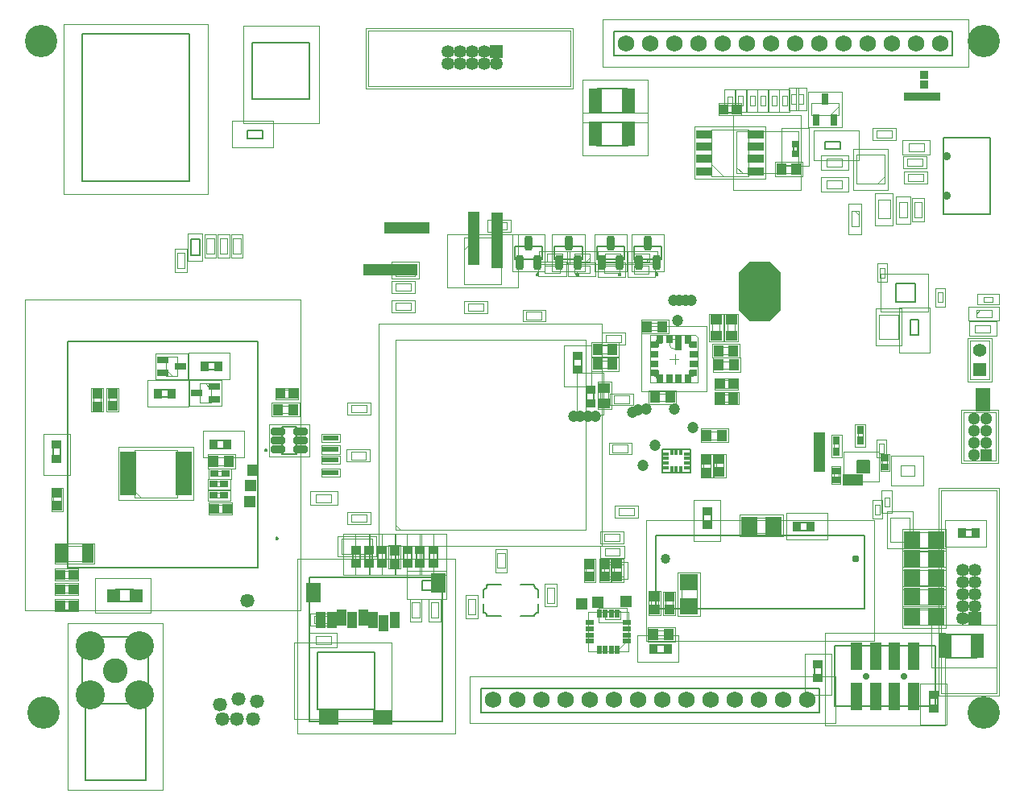
<source format=gbs>
%FSTAX23Y23*%
%MOIN*%
%SFA1B1*%

%IPPOS*%
%AMD100*
4,1,8,-0.087400,0.078300,-0.087400,-0.078300,-0.043700,-0.122000,0.043700,-0.122000,0.087400,-0.078300,0.087400,0.078300,0.043700,0.122000,-0.043700,0.122000,-0.087400,0.078300,0.0*
%
%AMD183*
4,1,8,0.023800,0.015400,-0.023800,0.015400,-0.030500,0.008700,-0.030500,-0.008700,-0.023800,-0.015400,0.023800,-0.015400,0.030500,-0.008700,0.030500,0.008700,0.023800,0.015400,0.0*
1,1,0.013386,0.023800,0.008700*
1,1,0.013386,-0.023800,0.008700*
1,1,0.013386,-0.023800,-0.008700*
1,1,0.013386,0.023800,-0.008700*
%
%AMD185*
4,1,8,-0.015600,0.022800,-0.015600,-0.022800,-0.008500,-0.029900,0.008500,-0.029900,0.015600,-0.022800,0.015600,0.022800,0.008500,0.029900,-0.008500,0.029900,-0.015600,0.022800,0.0*
1,1,0.014173,-0.008500,0.022800*
1,1,0.014173,-0.008500,-0.022800*
1,1,0.014173,0.008500,-0.022800*
1,1,0.014173,0.008500,0.022800*
%
%ADD10C,0.007874*%
%ADD14C,0.003937*%
%ADD15C,0.005118*%
%ADD16C,0.007874*%
%ADD18C,0.000000*%
%ADD19C,0.001969*%
%ADD59R,0.039370X0.045275*%
%ADD60R,0.068110X0.033465*%
%ADD66R,0.047244X0.047244*%
%ADD70C,0.047244*%
%ADD74R,0.043307X0.033465*%
%ADD75R,0.031496X0.037401*%
%ADD77R,0.039370X0.044882*%
%ADD81R,0.045275X0.039370*%
%ADD84R,0.044882X0.039370*%
%ADD90R,0.033465X0.043307*%
%ADD91R,0.044882X0.039764*%
%ADD98R,0.037401X0.031496*%
G04~CAMADD=100~4~0.0~0.0~2440.9~1748.0~0.0~437.0~0~0.0~0.0~0.0~0.0~0~0.0~0.0~0.0~0.0~0~0.0~0.0~0.0~90.0~1748.0~2440.0*
%ADD100D100*%
%ADD101C,0.068898*%
%ADD102C,0.030709*%
%ADD103C,0.040551*%
%ADD104R,0.035433X0.035433*%
%ADD105C,0.120078*%
%ADD106C,0.102362*%
%ADD107R,0.053150X0.053150*%
%ADD108C,0.053150*%
%ADD109C,0.028740*%
%ADD110C,0.035433*%
%ADD111C,0.133858*%
%ADD112R,0.053150X0.053150*%
%ADD113R,0.055118X0.055118*%
%ADD114C,0.055118*%
%ADD115C,0.051181*%
%ADD116R,0.051181X0.051181*%
%ADD173R,0.070866X0.076771*%
%ADD174R,0.057087X0.098425*%
%ADD175R,0.076771X0.070866*%
%ADD176R,0.035433X0.027559*%
%ADD177R,0.027559X0.035433*%
%ADD178R,0.023622X0.027559*%
%ADD179R,0.027559X0.023622*%
%ADD180R,0.029527X0.035433*%
%ADD181R,0.029527X0.062992*%
%ADD182R,0.047244X0.116142*%
G04~CAMADD=183~8~0.0~0.0~610.2~307.1~66.9~0.0~15~0.0~0.0~0.0~0.0~0~0.0~0.0~0.0~0.0~0~0.0~0.0~0.0~0.0~610.2~307.1*
%ADD183D183*%
%ADD184R,0.027559X0.026772*%
G04~CAMADD=185~8~0.0~0.0~598.4~311.0~70.9~0.0~15~0.0~0.0~0.0~0.0~0~0.0~0.0~0.0~0.0~0~0.0~0.0~0.0~90.0~312.0~599.0*
%ADD185D185*%
%ADD186R,0.031496X0.049212*%
%ADD187R,0.066142X0.025591*%
%ADD188R,0.039370X0.066929*%
%ADD189R,0.062992X0.082677*%
%ADD190R,0.078740X0.062992*%
%ADD191R,0.035827X0.020079*%
%ADD192R,0.020079X0.035827*%
%ADD193R,0.026772X0.017716*%
%ADD194R,0.017716X0.026772*%
%ADD195R,0.028740X0.018898*%
%ADD196R,0.032283X0.031496*%
%ADD197R,0.032677X0.023622*%
%ADD198R,0.047244X0.029527*%
%ADD199R,0.050000X0.079527*%
%ADD200R,0.042126X0.048031*%
%ADD201R,0.048031X0.042126*%
%ADD202C,0.057874*%
%LNshm_pcb-1*%
%LPD*%
G36*
X02627Y01488D02*
X02627D01*
X02628Y01487*
X02629*
Y01487*
X02629*
X02629Y01487*
X0263Y01486*
Y01486*
X0263Y01485*
Y01485*
X02631Y01484*
Y01484*
Y01471*
Y01471*
X0263Y0147*
X02631*
X02644*
X02645*
X02645*
X02646Y0147*
X02646*
X02647Y01469*
X02647Y01469*
X02648Y01468*
Y01468*
X02648Y01468*
Y01467*
X02648Y01466*
Y01466*
Y01454*
Y01453*
X02648Y01453*
Y01453*
X02648Y01452*
Y01451*
X02647Y01451*
X02647Y01451*
X02646*
X02646Y0145*
X02645*
X02645Y0145*
X02644*
X02625*
X02624*
X02624Y0145*
X02623*
X02622Y01451*
X02622*
X02622Y01451*
X02621Y01451*
Y01452*
X02621Y01453*
Y01453*
X0262Y01453*
Y01454*
Y0146*
Y0146*
X0262*
X0262*
X02619*
X02615*
X02614*
X02614*
X02613Y01461*
X02612*
X02612Y01461*
X02612Y01461*
X02611Y01462*
Y01462*
X02611Y01462*
Y01463*
X02611Y01464*
Y01464*
Y01484*
Y01484*
X02611Y01485*
Y01485*
X02611Y01486*
Y01486*
X02612Y01487*
X02612Y01487*
X02612Y01487*
X02613*
X02614Y01488*
X02614*
X02615*
X02626*
X02627*
G37*
G36*
X02773D02*
X02773D01*
X02774Y01487*
X02774*
X02775Y01487*
X02775Y01487*
X02775Y01486*
Y01486*
X02776Y01485*
Y01485*
X02776Y01484*
Y01484*
Y01464*
Y01464*
X02776Y01463*
Y01462*
X02775Y01462*
Y01462*
X02775Y01461*
X02775Y01461*
X02774Y01461*
X02774*
X02773Y0146*
X02773*
X02772*
X02766*
X02766*
X02766Y01459*
Y01459*
Y01454*
Y01454*
X02766Y01453*
Y01453*
X02766Y01452*
Y01452*
X02765Y01451*
X02765Y01451*
X02764Y01451*
X02764*
X02763Y0145*
X02763*
X02762*
X02743*
X02742*
X02742*
X02741Y01451*
X0274*
X0274Y01451*
X0274Y01451*
X02739Y01452*
Y01452*
X02739Y01453*
Y01453*
X02738Y01454*
Y01454*
Y01466*
Y01466*
X02739Y01467*
Y01468*
X02739Y01468*
Y01468*
X0274Y01469*
X0274Y01469*
X0274*
Y0147*
X02741*
X02742Y0147*
X02742*
X02743*
X02755*
X02756*
X02756*
Y01484*
Y01484*
X02757Y01485*
Y01485*
X02757Y01486*
Y01486*
X02757Y01487*
X02758Y01487*
X02758Y01487*
X02759*
X02759Y01488*
X0276*
X0276*
X02772*
X02773*
G37*
G36*
X02645Y01616D02*
X02645D01*
X02646Y01615*
X02646*
X02647Y01615*
X02647Y01614*
X02648Y01614*
Y01614*
X02648Y01613*
Y01613*
X02648Y01612*
Y01612*
Y016*
Y016*
X02648Y01599*
Y01598*
X02648Y01598*
Y01598*
X02647Y01597*
X02647Y01597*
X02646*
Y01596*
X02646*
X02645Y01596*
X02645*
X02644*
X02632*
X02631*
X02631*
Y01596*
Y01582*
Y01582*
X0263Y01581*
Y01581*
X0263Y0158*
Y0158*
X02629Y01579*
X02629Y01579*
X02629Y01579*
X02628*
X02627Y01578*
X02627*
X02626*
X02615*
X02614*
X02614*
X02613Y01579*
X02612*
X02612Y01579*
X02612Y01579*
X02611Y0158*
Y0158*
X02611Y01581*
Y01581*
X02611Y01582*
Y01582*
Y01602*
Y01602*
X02611Y01603*
Y01603*
X02611Y01604*
Y01604*
X02612Y01605*
X02612Y01605*
X02612Y01605*
X02613*
X02614Y01606*
X02614*
X02615*
X0262*
X02621*
X0262Y01607*
Y01607*
Y01612*
Y01612*
X02621Y01613*
Y01613*
X02621Y01614*
Y01614*
X02622Y01614*
X02622Y01615*
X02622Y01615*
X02623*
X02624Y01616*
X02624*
X02625*
X02644*
X02645*
G37*
G36*
X02763D02*
X02763D01*
X02764Y01615*
X02764*
X02765Y01615*
X02765Y01614*
X02766Y01614*
Y01614*
X02766Y01613*
Y01613*
X02766Y01612*
Y01612*
Y01606*
Y01606*
X02767*
X02767*
X02768*
X02772*
X02773*
X02773*
X02774Y01605*
X02774*
X02775Y01605*
X02775Y01605*
X02775Y01604*
Y01604*
X02776Y01603*
Y01603*
X02776Y01602*
Y01602*
Y01582*
Y01582*
X02776Y01581*
Y01581*
X02775Y0158*
Y0158*
X02775Y01579*
X02775Y01579*
X02774Y01579*
X02774*
X02773Y01578*
X02773*
X02772*
X0276*
X0276*
X02759*
X02759Y01579*
X02758*
Y01579*
X02758*
X02757Y01579*
X02757Y0158*
Y0158*
X02757Y01581*
Y01581*
X02756Y01582*
Y01582*
Y01595*
Y01595*
X02757Y01596*
X02756*
X02743*
X02742*
X02742*
X02741Y01596*
X0274*
X0274Y01597*
X0274Y01597*
X02739Y01598*
Y01598*
X02739Y01598*
Y01599*
X02738Y016*
Y016*
Y01612*
Y01612*
X02739Y01613*
Y01613*
X02739Y01614*
Y01614*
X0274Y01614*
X0274Y01615*
X0274Y01615*
X02741*
X02742Y01616*
X02742*
X02743*
X02762*
X02763*
G37*
G54D10*
X01055Y0079D02*
D01*
X01055Y0079*
X01055Y00791*
X01055Y00791*
X01054Y00791*
X01054Y00791*
X01054Y00792*
X01054Y00792*
X01054Y00792*
X01054Y00792*
X01054Y00793*
X01054Y00793*
X01053Y00793*
X01053Y00793*
X01053Y00793*
X01053Y00793*
X01052Y00794*
X01052Y00794*
X01052Y00794*
X01052Y00794*
X01051Y00794*
X01051Y00794*
X01051Y00794*
X01051*
X0105Y00794*
X0105Y00794*
X0105Y00794*
X01049Y00794*
X01049Y00794*
X01049Y00794*
X01049Y00793*
X01048Y00793*
X01048Y00793*
X01048Y00793*
X01048Y00793*
X01048Y00793*
X01047Y00792*
X01047Y00792*
X01047Y00792*
X01047Y00792*
X01047Y00791*
X01047Y00791*
X01047Y00791*
X01047Y00791*
X01047Y0079*
X01047Y0079*
X01047Y0079*
X01047Y0079*
X01047Y00789*
X01047Y00789*
X01047Y00789*
X01047Y00788*
X01047Y00788*
X01047Y00788*
X01047Y00788*
X01048Y00788*
X01048Y00787*
X01048Y00787*
X01048Y00787*
X01048Y00787*
X01049Y00787*
X01049Y00787*
X01049Y00786*
X01049Y00786*
X0105Y00786*
X0105Y00786*
X0105Y00786*
X01051Y00786*
X01051*
X01051Y00786*
X01051Y00786*
X01052Y00786*
X01052Y00786*
X01052Y00786*
X01052Y00787*
X01053Y00787*
X01053Y00787*
X01053Y00787*
X01053Y00787*
X01054Y00787*
X01054Y00788*
X01054Y00788*
X01054Y00788*
X01054Y00788*
X01054Y00788*
X01054Y00789*
X01054Y00789*
X01055Y00789*
X01055Y0079*
X01055Y0079*
X01055Y0079*
X01009Y01156D02*
D01*
X01009Y01156*
X01009Y01157*
X01009Y01157*
X01009Y01157*
X01009Y01158*
X01009Y01158*
X01009Y01158*
X01009Y01158*
X01009Y01159*
X01008Y01159*
X01008Y01159*
X01008Y01159*
X01008Y01159*
X01008Y01159*
X01007Y0116*
X01007Y0116*
X01007Y0116*
X01007Y0116*
X01006Y0116*
X01006Y0116*
X01006Y0116*
X01006Y0116*
X01005*
X01005Y0116*
X01005Y0116*
X01004Y0116*
X01004Y0116*
X01004Y0116*
X01004Y0116*
X01003Y0116*
X01003Y01159*
X01003Y01159*
X01003Y01159*
X01003Y01159*
X01002Y01159*
X01002Y01159*
X01002Y01158*
X01002Y01158*
X01002Y01158*
X01002Y01158*
X01002Y01157*
X01002Y01157*
X01002Y01157*
X01001Y01156*
X01001Y01156*
X01001Y01156*
X01002Y01156*
X01002Y01155*
X01002Y01155*
X01002Y01155*
X01002Y01155*
X01002Y01154*
X01002Y01154*
X01002Y01154*
X01002Y01154*
X01003Y01153*
X01003Y01153*
X01003Y01153*
X01003Y01153*
X01003Y01153*
X01004Y01153*
X01004Y01153*
X01004Y01152*
X01004Y01152*
X01005Y01152*
X01005Y01152*
X01005Y01152*
X01006*
X01006Y01152*
X01006Y01152*
X01006Y01152*
X01007Y01152*
X01007Y01153*
X01007Y01153*
X01007Y01153*
X01008Y01153*
X01008Y01153*
X01008Y01153*
X01008Y01153*
X01008Y01154*
X01009Y01154*
X01009Y01154*
X01009Y01154*
X01009Y01155*
X01009Y01155*
X01009Y01155*
X01009Y01155*
X01009Y01156*
X01009Y01156*
X01009Y01156*
X02133Y01883D02*
D01*
X02133Y01883*
X02133Y01884*
X02132Y01884*
X02132Y01884*
X02132Y01884*
X02132Y01885*
X02132Y01885*
X02132Y01885*
X02132Y01885*
X02132Y01885*
X02131Y01886*
X02131Y01886*
X02131Y01886*
X02131Y01886*
X02131Y01886*
X0213Y01887*
X0213Y01887*
X0213Y01887*
X0213Y01887*
X02129Y01887*
X02129Y01887*
X02129Y01887*
X02128*
X02128Y01887*
X02128Y01887*
X02128Y01887*
X02127Y01887*
X02127Y01887*
X02127Y01887*
X02127Y01886*
X02126Y01886*
X02126Y01886*
X02126Y01886*
X02126Y01886*
X02126Y01885*
X02125Y01885*
X02125Y01885*
X02125Y01885*
X02125Y01885*
X02125Y01884*
X02125Y01884*
X02125Y01884*
X02125Y01884*
X02125Y01883*
X02125Y01883*
X02125Y01883*
X02125Y01882*
X02125Y01882*
X02125Y01882*
X02125Y01882*
X02125Y01881*
X02125Y01881*
X02125Y01881*
X02125Y01881*
X02126Y0188*
X02126Y0188*
X02126Y0188*
X02126Y0188*
X02126Y0188*
X02127Y0188*
X02127Y01879*
X02127Y01879*
X02127Y01879*
X02128Y01879*
X02128Y01879*
X02128Y01879*
X02128Y01879*
X02129*
X02129Y01879*
X02129Y01879*
X0213Y01879*
X0213Y01879*
X0213Y01879*
X0213Y01879*
X02131Y0188*
X02131Y0188*
X02131Y0188*
X02131Y0188*
X02131Y0188*
X02132Y0188*
X02132Y01881*
X02132Y01881*
X02132Y01881*
X02132Y01881*
X02132Y01882*
X02132Y01882*
X02132Y01882*
X02133Y01882*
X02133Y01883*
X02133Y01883*
X02298D02*
D01*
X02298Y01883*
X02298Y01884*
X02298Y01884*
X02298Y01884*
X02298Y01884*
X02298Y01885*
X02297Y01885*
X02297Y01885*
X02297Y01885*
X02297Y01885*
X02297Y01886*
X02297Y01886*
X02296Y01886*
X02296Y01886*
X02296Y01886*
X02296Y01887*
X02295Y01887*
X02295Y01887*
X02295Y01887*
X02295Y01887*
X02294Y01887*
X02294Y01887*
X02294*
X02294Y01887*
X02293Y01887*
X02293Y01887*
X02293Y01887*
X02293Y01887*
X02292Y01887*
X02292Y01886*
X02292Y01886*
X02292Y01886*
X02291Y01886*
X02291Y01886*
X02291Y01885*
X02291Y01885*
X02291Y01885*
X02291Y01885*
X0229Y01885*
X0229Y01884*
X0229Y01884*
X0229Y01884*
X0229Y01884*
X0229Y01883*
X0229Y01883*
X0229Y01883*
X0229Y01882*
X0229Y01882*
X0229Y01882*
X0229Y01882*
X0229Y01881*
X02291Y01881*
X02291Y01881*
X02291Y01881*
X02291Y0188*
X02291Y0188*
X02291Y0188*
X02292Y0188*
X02292Y0188*
X02292Y0188*
X02292Y01879*
X02293Y01879*
X02293Y01879*
X02293Y01879*
X02293Y01879*
X02294Y01879*
X02294Y01879*
X02294*
X02294Y01879*
X02295Y01879*
X02295Y01879*
X02295Y01879*
X02295Y01879*
X02296Y01879*
X02296Y0188*
X02296Y0188*
X02296Y0188*
X02297Y0188*
X02297Y0188*
X02297Y0188*
X02297Y01881*
X02297Y01881*
X02297Y01881*
X02298Y01881*
X02298Y01882*
X02298Y01882*
X02298Y01882*
X02298Y01882*
X02298Y01883*
X02298Y01883*
X02473D02*
D01*
X02473Y01883*
X02473Y01884*
X02473Y01884*
X02473Y01884*
X02473Y01884*
X02473Y01885*
X02473Y01885*
X02473Y01885*
X02472Y01885*
X02472Y01885*
X02472Y01886*
X02472Y01886*
X02472Y01886*
X02471Y01886*
X02471Y01886*
X02471Y01887*
X02471Y01887*
X0247Y01887*
X0247Y01887*
X0247Y01887*
X0247Y01887*
X02469Y01887*
X02469*
X02469Y01887*
X02469Y01887*
X02468Y01887*
X02468Y01887*
X02468Y01887*
X02467Y01887*
X02467Y01886*
X02467Y01886*
X02467Y01886*
X02467Y01886*
X02466Y01886*
X02466Y01885*
X02466Y01885*
X02466Y01885*
X02466Y01885*
X02466Y01885*
X02465Y01884*
X02465Y01884*
X02465Y01884*
X02465Y01884*
X02465Y01883*
X02465Y01883*
X02465Y01883*
X02465Y01882*
X02465Y01882*
X02465Y01882*
X02465Y01882*
X02466Y01881*
X02466Y01881*
X02466Y01881*
X02466Y01881*
X02466Y0188*
X02466Y0188*
X02467Y0188*
X02467Y0188*
X02467Y0188*
X02467Y0188*
X02467Y01879*
X02468Y01879*
X02468Y01879*
X02468Y01879*
X02469Y01879*
X02469Y01879*
X02469Y01879*
X02469*
X0247Y01879*
X0247Y01879*
X0247Y01879*
X0247Y01879*
X02471Y01879*
X02471Y01879*
X02471Y0188*
X02471Y0188*
X02472Y0188*
X02472Y0188*
X02472Y0188*
X02472Y0188*
X02472Y01881*
X02473Y01881*
X02473Y01881*
X02473Y01881*
X02473Y01882*
X02473Y01882*
X02473Y01882*
X02473Y01882*
X02473Y01883*
X02473Y01883*
X02626D02*
D01*
X02626Y01883*
X02626Y01884*
X02626Y01884*
X02626Y01884*
X02626Y01884*
X02626Y01885*
X02625Y01885*
X02625Y01885*
X02625Y01885*
X02625Y01885*
X02625Y01886*
X02625Y01886*
X02624Y01886*
X02624Y01886*
X02624Y01886*
X02624Y01887*
X02623Y01887*
X02623Y01887*
X02623Y01887*
X02623Y01887*
X02622Y01887*
X02622Y01887*
X02622*
X02622Y01887*
X02621Y01887*
X02621Y01887*
X02621Y01887*
X0262Y01887*
X0262Y01887*
X0262Y01886*
X0262Y01886*
X0262Y01886*
X02619Y01886*
X02619Y01886*
X02619Y01885*
X02619Y01885*
X02619Y01885*
X02618Y01885*
X02618Y01885*
X02618Y01884*
X02618Y01884*
X02618Y01884*
X02618Y01884*
X02618Y01883*
X02618Y01883*
X02618Y01883*
X02618Y01882*
X02618Y01882*
X02618Y01882*
X02618Y01882*
X02618Y01881*
X02618Y01881*
X02619Y01881*
X02619Y01881*
X02619Y0188*
X02619Y0188*
X02619Y0188*
X0262Y0188*
X0262Y0188*
X0262Y0188*
X0262Y01879*
X0262Y01879*
X02621Y01879*
X02621Y01879*
X02621Y01879*
X02622Y01879*
X02622Y01879*
X02622*
X02622Y01879*
X02623Y01879*
X02623Y01879*
X02623Y01879*
X02623Y01879*
X02624Y01879*
X02624Y0188*
X02624Y0188*
X02624Y0188*
X02625Y0188*
X02625Y0188*
X02625Y0188*
X02625Y01881*
X02625Y01881*
X02625Y01881*
X02626Y01881*
X02626Y01882*
X02626Y01882*
X02626Y01882*
X02626Y01882*
X02626Y01883*
X02626Y01883*
X00381Y00529D02*
Y00578D01*
X0046*
Y00529D02*
Y00578D01*
X00381Y00529D02*
X0046D01*
X03752Y00083D02*
X03784D01*
X03752D02*
Y00146D01*
X03784*
Y00083D02*
Y00146D01*
X03274Y00208D02*
X03305D01*
X03274D02*
Y00271D01*
X03305*
Y00208D02*
Y00271D01*
X03261Y00823D02*
Y00855D01*
X03198Y00823D02*
X03261D01*
X03198D02*
Y00855D01*
X03261*
X02816Y00843D02*
X02847D01*
X02816D02*
Y00906D01*
X02847*
Y00843D02*
Y00906D01*
X0382Y00393D02*
X03945D01*
X0382Y00295D02*
Y00393D01*
Y00295D02*
X03945D01*
Y00393*
X02375Y02651D02*
X02501D01*
X02375Y02553D02*
Y02651D01*
Y02553D02*
X02501D01*
Y02651*
X02375Y02513D02*
X02501D01*
X02375Y02415D02*
Y02513D01*
Y02415D02*
X02501D01*
Y02513*
X01895Y0007D02*
X03295D01*
X01895D02*
Y0017D01*
X03295*
Y0007D02*
Y0017D01*
X02446Y02789D02*
X03846D01*
X02446D02*
Y02889D01*
X03846*
Y02789D02*
Y02889D01*
X0262Y00803D02*
X03482D01*
X0262Y00499D02*
Y00803D01*
Y00499D02*
X03482D01*
Y00803*
X02311Y01485D02*
Y01548D01*
X0228D02*
X02311D01*
X0228Y01485D02*
Y01548D01*
Y01485D02*
X02311D01*
X02331Y01345D02*
Y01408D01*
Y01345D02*
X02363D01*
Y01408*
X02331D02*
X02363D01*
X00257Y-00213D02*
Y00105D01*
Y-00213D02*
X00507D01*
Y00105*
X00244D02*
Y00381D01*
X00519*
Y00105D02*
Y00381D01*
X00244Y00105D02*
X00519D01*
X03776Y00096D02*
Y00344D01*
X03357Y00096D02*
X03776D01*
X03357D02*
Y00344D01*
X03776*
X03881Y00795D02*
X03944D01*
Y00826*
X03881D02*
X03944D01*
X03881Y00795D02*
Y00826D01*
X03613Y01846D02*
X03692D01*
X03613Y01767D02*
Y01846D01*
Y01767D02*
X03692D01*
Y01846*
X03673Y01633D02*
X03704D01*
Y01696*
X03673D02*
X03704D01*
X03673Y01633D02*
Y01696D01*
X0122Y00318D02*
X01456D01*
Y00082D02*
Y00318D01*
X0122Y00082D02*
X01456D01*
X0122D02*
Y00318D01*
X03807Y02133D02*
Y02448D01*
X04003*
Y02133D02*
Y02448D01*
X03807Y02133D02*
X04003D01*
X03187Y02421D02*
X03206D01*
Y02381D02*
Y02421D01*
X03187Y02381D02*
X03206D01*
X03187D02*
Y02421D01*
X00687Y0227D02*
Y02877D01*
X00246D02*
X00687D01*
X00246Y0227D02*
Y02877D01*
Y0227D02*
X00687D01*
X0095Y02607D02*
Y02843D01*
X01186*
Y02607D02*
Y02843D01*
X0095Y02607D02*
X01186D01*
X0093Y02478D02*
X00993D01*
Y02446D02*
Y02478D01*
X0093Y02446D02*
X00993D01*
X0093D02*
Y02478D01*
X03383Y02401D02*
Y02433D01*
X0332D02*
X03383D01*
X0332Y02401D02*
Y02433D01*
Y02401D02*
X03383D01*
X00849Y01163D02*
Y01195D01*
X00786Y01163D02*
X00849D01*
X00786D02*
Y01195D01*
X00849*
X01185Y0063D02*
X01736D01*
Y00031D02*
Y0063D01*
X01185Y00031D02*
X01736D01*
X01185D02*
Y0063D01*
X0075Y01487D02*
X00812D01*
Y01518*
X0075D02*
X00812D01*
X0075Y01487D02*
Y01518D01*
X00125Y01117D02*
X00156D01*
X00125D02*
Y0118D01*
X00156*
Y01117D02*
Y0118D01*
X00619Y01374D02*
Y01405D01*
X00555Y01374D02*
X00619D01*
X00555D02*
Y01405D01*
X00619*
X02607Y00316D02*
X0267D01*
Y00348*
X02607D02*
X0267D01*
X02607Y00316D02*
Y00348D01*
X01627Y00681D02*
Y00744D01*
Y00681D02*
X01659D01*
Y00744*
X01627D02*
X01659D01*
X01683D02*
X01714D01*
Y00681D02*
Y00744D01*
X01683Y00681D02*
X01714D01*
X01683D02*
Y00744D01*
X01364D02*
X01395D01*
Y00681D02*
Y00744D01*
X01364Y00681D02*
X01395D01*
X01364D02*
Y00744D01*
X01576D02*
X01608D01*
Y00681D02*
Y00744D01*
X01576Y00681D02*
X01608D01*
X01576D02*
Y00744D01*
X02644Y0116D02*
X02762D01*
X02644Y01062D02*
Y0116D01*
Y01062D02*
X02762D01*
Y0116*
X01651Y00616D02*
X01714D01*
Y00576D02*
Y00616D01*
X01651Y00576D02*
X01714D01*
X01651D02*
Y00616D01*
X03451Y01063D02*
X03502D01*
X03451D02*
Y01111D01*
X03502*
Y01063D02*
Y01111D01*
X0147Y00681D02*
Y00744D01*
Y00681D02*
X01501D01*
Y00744*
X0147D02*
X01501D01*
X01415Y00681D02*
Y00744D01*
Y00681D02*
X01446D01*
Y00744*
X01415D02*
X01446D01*
G54D14*
X02713Y01596D02*
D01*
X02713Y01597*
X02713Y01599*
X02713Y016*
X02713Y01601*
X02712Y01603*
X02712Y01604*
X02711Y01605*
X0271Y01606*
X0271Y01608*
X02709Y01609*
X02708Y0161*
X02707Y01611*
X02706Y01611*
X02705Y01612*
X02703Y01613*
X02702Y01614*
X02701Y01614*
X027Y01615*
X02698Y01615*
X02697Y01615*
X02696Y01616*
X02694Y01616*
X02693*
X02692Y01616*
X0269Y01615*
X02689Y01615*
X02688Y01615*
X02686Y01614*
X02685Y01614*
X02684Y01613*
X02683Y01612*
X02681Y01611*
X0268Y01611*
X02679Y0161*
X02679Y01609*
X02678Y01608*
X02677Y01606*
X02676Y01605*
X02676Y01604*
X02675Y01603*
X02675Y01601*
X02674Y016*
X02674Y01599*
X02674Y01597*
X02674Y01596*
X02674Y01595*
X02674Y01593*
X02674Y01592*
X02675Y01591*
X02675Y01589*
X02676Y01588*
X02676Y01587*
X02677Y01586*
X02678Y01584*
X02679Y01583*
X02679Y01582*
X0268Y01581*
X02681Y0158*
X02683Y0158*
X02684Y01579*
X02685Y01578*
X02686Y01578*
X02688Y01577*
X02689Y01577*
X0269Y01577*
X02692Y01576*
X02693Y01576*
X02694*
X02696Y01576*
X02697Y01577*
X02698Y01577*
X027Y01577*
X02701Y01578*
X02702Y01578*
X02703Y01579*
X02705Y0158*
X02706Y0158*
X02707Y01581*
X02708Y01582*
X02709Y01583*
X0271Y01584*
X0271Y01586*
X02711Y01587*
X02712Y01588*
X02712Y01589*
X02713Y01591*
X02713Y01592*
X02713Y01593*
X02713Y01595*
X02713Y01596*
X01213Y00972D02*
X01276D01*
Y0094D02*
Y00972D01*
X01213Y0094D02*
X01276D01*
X01213D02*
Y00972D01*
X02992Y00811D02*
Y00874D01*
X03118*
Y00811D02*
Y00874D01*
X02992Y00811D02*
X03118D01*
X01826Y02035D02*
X0198D01*
Y01842D02*
Y02035D01*
X01826Y01842D02*
X0198D01*
X01826D02*
Y02035D01*
Y01985D02*
X01876Y02035D01*
X02527Y01886D02*
Y01918D01*
Y01886D02*
X0259D01*
Y01918*
X02527D02*
X0259D01*
X02577Y01936D02*
X02592Y01951D01*
Y01936D02*
Y01967D01*
X02529D02*
X02592D01*
X02529Y01936D02*
Y01967D01*
Y01936D02*
X02592D01*
X02409D02*
X02472D01*
X02409D02*
Y01967D01*
X02472*
Y01936D02*
Y01967D01*
X02456Y01936D02*
X02472Y01951D01*
X01541Y00844D02*
X01561Y00824D01*
X01541D02*
X02328D01*
Y01612*
X01541D02*
X02328D01*
X01541Y00824D02*
Y01612D01*
X02852Y01694D02*
X02883D01*
Y0163D02*
Y01694D01*
X02852Y0163D02*
X02883D01*
X02852D02*
Y01694D01*
X02915D02*
X02946D01*
Y0163D02*
Y01694D01*
X02915Y0163D02*
X02946D01*
X02915D02*
Y01694D01*
X0294Y01551D02*
Y01582D01*
X02877Y01551D02*
X0294D01*
X02877D02*
Y01582D01*
X0294*
X02942Y01492D02*
Y01523D01*
X02879Y01492D02*
X02942D01*
X02879D02*
Y01523D01*
X02942*
X02377Y01556D02*
Y01587D01*
X0244*
Y01556D02*
Y01587D01*
X02377Y01556D02*
X0244D01*
X02377Y01494D02*
Y01526D01*
X0244*
Y01494D02*
Y01526D01*
X02377Y01494D02*
X0244D01*
X0239Y01413D02*
X02422D01*
Y0135D02*
Y01413D01*
X0239Y0135D02*
X02422D01*
X0239D02*
Y01413D01*
X02677Y01358D02*
Y01389D01*
X02614Y01358D02*
X02677D01*
X02614D02*
Y01389D01*
X02677*
X02724Y00622D02*
X02787D01*
Y00496D02*
Y00622D01*
X02724Y00496D02*
X02787D01*
X02724D02*
Y00622D01*
X02792Y01435D02*
Y01623D01*
X02595Y01435D02*
X02792D01*
X02783Y01631D02*
X02792Y01623D01*
X02595Y01435D02*
Y01631D01*
X02783*
X03798Y00147D02*
X04027D01*
X03798D02*
Y00987D01*
X04027*
Y00147D02*
Y00987D01*
X03791Y00433D02*
Y00496D01*
X03665Y00433D02*
X03791D01*
X03665D02*
Y00496D01*
X03791*
Y00515D02*
Y00578D01*
X03665Y00515D02*
X03791D01*
X03665D02*
Y00578D01*
X03791*
Y00594D02*
Y00657D01*
X03665Y00594D02*
X03791D01*
X03665D02*
Y00657D01*
X03791*
Y00673D02*
Y00736D01*
X03665Y00673D02*
X03791D01*
X03665D02*
Y00736D01*
X03791*
Y00751D02*
Y00814D01*
X03665Y00751D02*
X03791D01*
X03665D02*
Y00814D01*
X03791*
X03664Y02393D02*
X03727D01*
X03664D02*
Y02424D01*
X03727*
Y02393D02*
Y02424D01*
X03669Y00775D02*
Y00874D01*
X0359Y00775D02*
X03669D01*
X0359D02*
Y00874D01*
X03669*
X03785Y01767D02*
Y01807D01*
X03805*
Y01767D02*
Y01807D01*
X03785Y01767D02*
X03805D01*
X03541Y01141D02*
Y01181D01*
X03561*
Y01141D02*
Y01181D01*
X03541Y01141D02*
X03561D01*
X0321Y02629D02*
X0323D01*
X0321Y0259D02*
Y02629D01*
Y0259D02*
X0323D01*
Y02629*
X03179D02*
X03198D01*
X03179Y0259D02*
Y02629D01*
Y0259D02*
X03198D01*
Y02629*
X01211Y00384D02*
X01274D01*
Y00353D02*
Y00384D01*
X01211Y00353D02*
X01274D01*
X01211D02*
Y00384D01*
X01206Y00468D02*
X01269D01*
Y00437D02*
Y00468D01*
X01206Y00437D02*
X01269D01*
X01206D02*
Y00468D01*
X03631Y01049D02*
Y01092D01*
X03687*
Y01049D02*
Y01092D01*
X03631Y01049D02*
X03687D01*
X03622Y01616D02*
Y01714D01*
X03543Y01616D02*
X03622D01*
X03543D02*
Y01714D01*
X03622*
X03545Y01909D02*
X03564D01*
X03545Y0187D02*
Y01909D01*
Y0187D02*
X03564D01*
Y01909*
Y0096D02*
X03584D01*
X03564Y00921D02*
Y0096D01*
Y00921D02*
X03584D01*
Y0096*
X03525Y00929D02*
X03545D01*
X03525Y00889D02*
Y00929D01*
Y00889D02*
X03545D01*
Y00929*
X03161Y02582D02*
Y02622D01*
X03141Y02582D02*
X03161D01*
X03141D02*
Y02622D01*
X03161*
X03531Y02448D02*
X03594D01*
X03531D02*
Y0248D01*
X03594*
Y02448D02*
Y0248D01*
X03538Y02114D02*
X03587D01*
Y02192*
X03538D02*
X03587D01*
X03538Y02114D02*
Y02192D01*
X03657Y02118D02*
Y02181D01*
X03625Y02118D02*
X03657D01*
X03625D02*
Y02181D01*
X03657*
X0087Y01968D02*
Y02031D01*
X00901*
Y01968D02*
Y02031D01*
X0087Y01968D02*
X00901D01*
X00814D02*
Y02031D01*
X00846*
Y01968D02*
Y02031D01*
X00814Y01968D02*
X00846D01*
X00791D02*
Y02031D01*
X00759Y01968D02*
X00791D01*
X00759D02*
Y02031D01*
X00791*
X00637Y01909D02*
X00669D01*
Y01972*
X00637D02*
X00669D01*
X00637Y01909D02*
Y01972D01*
X02848Y02339D02*
X02898Y02289D01*
X02848D02*
Y02482D01*
X03001*
Y02289D02*
Y02482D01*
X02848Y02289D02*
X03001D01*
X02893Y02551D02*
X02956D01*
Y02582*
X02893D02*
X02956D01*
X02893Y02551D02*
Y02582D01*
X02951Y02301D02*
Y02474D01*
X03207*
Y02301D02*
Y02474D01*
X02951Y02301D02*
X03207D01*
X02951Y02326D02*
X02977Y02301D01*
X0296Y02582D02*
X0298D01*
Y02622*
X0296D02*
X0298D01*
X0296Y02582D02*
Y02622D01*
X02915Y02581D02*
X02935D01*
Y0262*
X02915D02*
X02935D01*
X02915Y02581D02*
Y0262D01*
X03007Y02582D02*
X03027D01*
Y02622*
X03007D02*
X03027D01*
X03007Y02582D02*
Y02622D01*
X03052D02*
X03072D01*
X03052Y02582D02*
Y02622D01*
Y02582D02*
X03072D01*
Y02622*
X03097D02*
X03117D01*
X03097Y02582D02*
Y02622D01*
Y02582D02*
X03117D01*
Y02622*
X02409Y00456D02*
Y00488D01*
Y00456D02*
X02472D01*
Y00488*
X02409D02*
X02472D01*
X03326Y0224D02*
Y02271D01*
Y0224D02*
X03389D01*
Y02271*
X03326D02*
X03389D01*
X0372Y02118D02*
Y02181D01*
X03688Y02118D02*
X0372D01*
X03688D02*
Y02181D01*
X0372*
X03661Y02298D02*
X03724D01*
Y02267D02*
Y02298D01*
X03661Y02267D02*
X03724D01*
X03661D02*
Y02298D01*
X0366Y02362D02*
X03723D01*
Y02331D02*
Y02362D01*
X0366Y02331D02*
X03723D01*
X0366D02*
Y02362D01*
X03442Y02144D02*
X03458Y02128D01*
X03427Y02144D02*
X03458D01*
X03427Y02081D02*
Y02144D01*
Y02081D02*
X03458D01*
Y02144*
X03536Y02259D02*
X03565Y02288D01*
X03447Y02259D02*
X03565D01*
X03447D02*
Y02377D01*
X03565*
Y02259D02*
Y02377D01*
X02083Y01727D02*
X02146D01*
Y01696D02*
Y01727D01*
X02083Y01696D02*
X02146D01*
X02083D02*
Y01727D01*
X03338Y02541D02*
X03375Y02578D01*
X03261Y02541D02*
X03375D01*
X03261D02*
Y02592D01*
X03375*
Y02541D02*
Y02592D01*
X0079Y01092D02*
X00853D01*
Y01124*
X0079D02*
X00853D01*
X0079Y01092D02*
Y01124D01*
X00463Y00985D02*
X00489Y00959D01*
X00463D02*
Y01156D01*
X00637*
Y00959D02*
Y01156D01*
X00463Y00959D02*
X00637D01*
X00792Y00958D02*
Y00978D01*
X00831*
Y00958D02*
Y00978D01*
X00792Y00958D02*
X00831D01*
X01605Y01814D02*
Y01846D01*
X01542D02*
X01605D01*
X01542Y01814D02*
Y01846D01*
Y01814D02*
X01605D01*
X01622Y01874D02*
Y01924D01*
X01543D02*
X01622D01*
X01543Y01874D02*
Y01924D01*
Y01874D02*
X01622D01*
X01445Y00724D02*
Y00787D01*
X01319D02*
X01445D01*
X01319Y00724D02*
Y00787D01*
Y00724D02*
X01445D01*
X03326Y02362D02*
X03389D01*
Y0233D02*
Y02362D01*
X03326Y0233D02*
X03389D01*
X03326D02*
Y02362D01*
X00323Y01331D02*
Y01394D01*
X00291D02*
X00323D01*
X00291Y01331D02*
Y01394D01*
Y01331D02*
X00323D01*
X00355Y01396D02*
X00387D01*
Y01333D02*
Y01396D01*
X00355Y01333D02*
X00387D01*
X00355D02*
Y01396D01*
X00149Y00496D02*
Y00528D01*
X00212*
Y00496D02*
Y00528D01*
X00149Y00496D02*
X00212D01*
X00149Y00596D02*
X00212D01*
X00149Y00564D02*
Y00596D01*
Y00564D02*
X00212D01*
Y00596*
X00149Y00624D02*
X00212D01*
Y00655*
X00149D02*
X00212D01*
X00149Y00624D02*
Y00655D01*
X01124Y01373D02*
Y01404D01*
X01061Y01373D02*
X01124D01*
X01061D02*
Y01404D01*
X01124*
X02001Y02067D02*
Y02098D01*
X01938D02*
X02001D01*
X01938Y02067D02*
Y02098D01*
Y02067D02*
X02001D01*
X0233Y01936D02*
X02346Y01951D01*
Y01936D02*
Y01967D01*
X02283D02*
X02346D01*
X02283Y01936D02*
Y01967D01*
Y01936D02*
X02346D01*
X01118Y01307D02*
Y01339D01*
X01056Y01307D02*
X01118D01*
X01056D02*
Y01339D01*
X01118*
X02405Y00633D02*
X02484D01*
X02405D02*
Y00683D01*
X02484*
Y00633D02*
Y00683D01*
X0247Y00718D02*
Y0075D01*
X02407D02*
X0247D01*
X02407Y00718D02*
Y0075D01*
Y00718D02*
X0247D01*
X02406Y00777D02*
Y00809D01*
Y00777D02*
X02469D01*
Y00809*
X02406D02*
X02469D01*
X04003Y01641D02*
Y01673D01*
X0394D02*
X04003D01*
X0394Y01641D02*
Y01673D01*
Y01641D02*
X04003D01*
X02444Y0135D02*
Y01381D01*
Y0135D02*
X02507D01*
Y01381*
X02444D02*
X02507D01*
X0261Y00407D02*
X02673D01*
X0261Y00375D02*
Y00407D01*
Y00375D02*
X02673D01*
Y00407*
X02645Y01651D02*
Y01682D01*
X02582Y01651D02*
X02645D01*
X02582D02*
Y01682D01*
X02645*
X02266Y02663D02*
Y02892D01*
X01427Y02663D02*
X02266D01*
X01427D02*
Y02892D01*
X02266*
X0392Y0145D02*
X03998D01*
X0392D02*
Y01608D01*
X03998*
Y0145D02*
Y01608D01*
X00795Y01048D02*
X00835D01*
Y01067*
X00795D02*
X00835D01*
X00795Y01048D02*
Y01067D01*
X03944Y01736D02*
X04007D01*
Y01704D02*
Y01736D01*
X03944Y01704D02*
X04007D01*
X03944D02*
Y01736D01*
Y0172D02*
X0396Y01736D01*
X04013Y01769D02*
Y01789D01*
X03974D02*
X04013D01*
X03974Y01769D02*
Y01789D01*
Y01769D02*
X04013D01*
X00792Y01004D02*
X00831D01*
Y01024*
X00792D02*
X00831D01*
X00792Y01004D02*
Y01024D01*
X02405Y01887D02*
Y01918D01*
Y01887D02*
X02468D01*
Y01918*
X02405D02*
X02468D01*
X02158Y0192D02*
X02221D01*
Y01889D02*
Y0192D01*
X02158Y01889D02*
X02221D01*
X02158D02*
Y0192D01*
X02281Y01919D02*
X02344D01*
Y01888D02*
Y01919D01*
X02281Y01888D02*
X02344D01*
X02281D02*
Y01919D01*
X01688Y00524D02*
X0172D01*
X01688Y00461D02*
Y00524D01*
Y00461D02*
X0172D01*
Y00524*
X0161D02*
X01641D01*
X0161Y00461D02*
Y00524D01*
Y00461D02*
X01641D01*
Y00524*
X01872Y00475D02*
Y00538D01*
X01841Y00475D02*
X01872D01*
X01841D02*
Y00538D01*
X01872*
X03455Y01196D02*
Y01235D01*
Y01196D02*
X03474D01*
Y01235*
X03455D02*
X03474D01*
X03355Y01152D02*
Y01192D01*
Y01152D02*
X03375D01*
Y01192*
X03355D02*
X03375D01*
X03575Y01084D02*
Y01124D01*
X03555D02*
X03575D01*
X03555Y01084D02*
Y01124D01*
Y01084D02*
X03575D01*
X03354Y01031D02*
X03374D01*
X03354D02*
Y0107D01*
X03374*
Y01031D02*
Y0107D01*
X01261Y01109D02*
Y01121D01*
X01284*
Y01109D02*
Y01121D01*
X01261Y01109D02*
X01284D01*
X01261Y01152D02*
Y01164D01*
X01284*
Y01152D02*
Y01164D01*
X01261Y01152D02*
X01284D01*
X02829Y012D02*
Y01232D01*
X02892*
Y012D02*
Y01232D01*
X02829Y012D02*
X02892D01*
X01261Y01198D02*
Y0121D01*
X01285*
Y01198D02*
Y0121D01*
X01261Y01198D02*
X01285D01*
X01261Y01057D02*
Y01068D01*
X01285*
Y01057D02*
Y01068D01*
X01261Y01057D02*
X01285D01*
X02868Y01059D02*
Y01122D01*
Y01059D02*
X02899D01*
Y01122*
X02868D02*
X02899D01*
X02814Y01058D02*
Y01121D01*
Y01058D02*
X02845D01*
Y01121*
X02814D02*
X02845D01*
X03137Y02334D02*
X032D01*
X03137Y02303D02*
Y02334D01*
Y02303D02*
X032D01*
Y02334*
X00731Y01431D02*
X0078D01*
X00731Y01352D02*
Y01431D01*
Y01352D02*
X0078D01*
Y01431*
X00754D02*
X0078Y01405D01*
X00591Y01462D02*
X0064D01*
Y01541*
X00591D02*
X0064D01*
X00591Y01462D02*
Y01541D01*
Y01488D02*
X00617Y01462D01*
X04025Y01111D02*
Y01311D01*
X03892D02*
X04025D01*
X03892Y01111D02*
Y01311D01*
Y01111D02*
X04025D01*
X00125Y00982D02*
X00157D01*
Y00919D02*
Y00982D01*
X00125Y00919D02*
X00157D01*
X00125D02*
Y00982D01*
X00786Y00896D02*
Y00928D01*
X00849*
Y00896D02*
Y00928D01*
X00786Y00896D02*
X00849D01*
X00151Y00695D02*
X00277D01*
Y00758*
X00151D02*
X00277D01*
X00151Y00695D02*
Y00758D01*
X01521Y00681D02*
X01553D01*
X01521D02*
Y00744D01*
X01553*
Y00681D02*
Y00744D01*
X02168Y01936D02*
X02231D01*
X02168D02*
Y01967D01*
X02231*
Y01936D02*
Y01967D01*
X02215Y01936D02*
X02231Y01951D01*
X02169Y00523D02*
Y00586D01*
X022*
Y00523D02*
Y00586D01*
X02169Y00523D02*
X022D01*
X01842Y01763D02*
X01905D01*
Y01732D02*
Y01763D01*
X01842Y01732D02*
X01905D01*
X01842D02*
Y01763D01*
X02413Y01633D02*
X02476D01*
Y01602D02*
Y01633D01*
X02413Y01602D02*
X02476D01*
X02413D02*
Y01633D01*
X0244Y01177D02*
X02503D01*
Y01145D02*
Y01177D01*
X0244Y01145D02*
X02503D01*
X0244D02*
Y01177D01*
X01994Y00667D02*
Y0073D01*
X01963Y00667D02*
X01994D01*
X01963D02*
Y0073D01*
X01994*
X02466Y00916D02*
X02529D01*
Y00885D02*
Y00916D01*
X02466Y00885D02*
X02529D01*
X02466D02*
Y00916D01*
X01542Y01735D02*
Y01766D01*
Y01735D02*
X01605D01*
Y01766*
X01542D02*
X01605D01*
X01421Y01311D02*
Y01342D01*
X01358D02*
X01421D01*
X01358Y01311D02*
Y01342D01*
Y01311D02*
X01421D01*
X0142Y01116D02*
Y01148D01*
X01357D02*
X0142D01*
X01357Y01116D02*
Y01148D01*
Y01116D02*
X0142D01*
X01421Y00858D02*
Y00889D01*
X01358D02*
X01421D01*
X01358Y00858D02*
Y00889D01*
Y00858D02*
X01421D01*
X02879Y01444D02*
X02942D01*
X02879Y01413D02*
Y01444D01*
Y01413D02*
X02942D01*
Y01444*
Y01354D02*
Y01385D01*
X02879Y01354D02*
X02942D01*
X02879D02*
Y01385D01*
X02942*
X02444Y00627D02*
X02476D01*
X02444D02*
Y00689D01*
X02476*
Y00627D02*
Y00689D01*
X02393Y00625D02*
X02425D01*
X02393D02*
Y00688D01*
X02425*
Y00625D02*
Y00688D01*
X0233Y00625D02*
X02362D01*
X0233D02*
Y00688D01*
X02362*
Y00625D02*
Y00688D01*
X0269Y0049D02*
Y00553D01*
X02659D02*
X0269D01*
X02659Y0049D02*
Y00553D01*
Y0049D02*
X0269D01*
X02597Y00553D02*
X02629D01*
Y0049D02*
Y00553D01*
X02597Y0049D02*
X02629D01*
X02597D02*
Y00553D01*
X0258Y00366D02*
X03521D01*
X0258D02*
Y00865D01*
X03521*
Y00366D02*
Y00865D01*
X02674Y01533D02*
X02713D01*
X02699Y01511D02*
Y01551D01*
X00185Y-00253D02*
Y0044D01*
X00578*
Y-00253D02*
Y0044D01*
X00185Y-00253D02*
X00578D01*
X03816Y00015D02*
Y00397D01*
X03318Y00015D02*
X03816D01*
X03318D02*
Y00397D01*
X03816*
X03548Y01885D02*
X03744D01*
X03548Y01728D02*
Y01885D01*
Y01728D02*
X03744D01*
Y01885*
X01122Y00358D02*
X01525D01*
Y00043D02*
Y00358D01*
X01122Y00043D02*
X01525D01*
X01122D02*
Y00358D01*
X03592Y01009D02*
Y01131D01*
X03726*
Y01009D02*
Y01131D01*
X03592Y01009D02*
X03726D01*
X00766Y02214D02*
Y02917D01*
X00167D02*
X00766D01*
X00167Y02214D02*
Y02917D01*
Y02214D02*
X00766D01*
X00911Y02508D02*
Y02912D01*
X01225*
Y02508D02*
Y02912D01*
X00911Y02508D02*
X01225D01*
X01135Y-00019D02*
X01787D01*
Y00705*
X01135D02*
X01787D01*
X01135Y-00019D02*
Y00705D01*
X01588Y00655D02*
X01753D01*
Y00537D02*
Y00655D01*
X01588Y00537D02*
X01753D01*
X01588D02*
Y00655D01*
X03396Y01024D02*
X03541D01*
X03396D02*
Y0115D01*
X03541*
Y01024D02*
Y0115D01*
G54D15*
X00184Y00669D02*
X00973D01*
X00184D02*
Y01604D01*
X00973*
Y00669D02*
Y01604D01*
X01072Y01251D02*
X01131D01*
Y01137D02*
Y01251D01*
X01072Y01137D02*
X01131D01*
X01072D02*
Y01251D01*
X00694Y02028D02*
X00731D01*
X00694Y01963D02*
X00731D01*
Y02028*
X00694Y01963D02*
Y02028D01*
X02034Y01946D02*
X02149D01*
X02034D02*
Y01997D01*
X02149*
Y01946D02*
Y01997D01*
X02314Y01946D02*
Y01997D01*
X02199D02*
X02314D01*
X02199Y01946D02*
Y01997D01*
Y01946D02*
X02314D01*
X02489D02*
Y01997D01*
X02374D02*
X02489D01*
X02374Y01946D02*
Y01997D01*
Y01946D02*
X02489D01*
X02642D02*
Y01997D01*
X02527D02*
X02642D01*
X02527Y01946D02*
Y01997D01*
Y01946D02*
X02642D01*
G54D16*
X01904Y0058D02*
D01*
X01905Y0058*
X01906Y0058*
X01907Y0058*
X01908Y0058*
X0191Y00581*
X01911Y00581*
X01912Y00582*
X01913Y00582*
X01914Y00583*
X01915Y00584*
X01916Y00585*
X01916Y00585*
X01917Y00586*
X01918Y00587*
X01918Y00588*
X01919Y00589*
X0192Y0059*
X0192Y00592*
X0192Y00593*
X01921Y00594*
X01921Y00595*
X01921Y00596*
X0192Y00597*
X02115D02*
D01*
X02115Y00596*
X02115Y00594*
X02116Y00593*
X02116Y00592*
X02116Y00591*
X02117Y0059*
X02117Y00589*
X02118Y00588*
X02118Y00587*
X02119Y00586*
X0212Y00585*
X02121Y00584*
X02122Y00583*
X02123Y00583*
X02124Y00582*
X02125Y00582*
X02126Y00581*
X02127Y00581*
X02128Y0058*
X02129Y0058*
X0213Y0058*
X02132Y0058*
X02132Y0058*
Y00483D02*
D01*
X02131Y00483*
X0213Y00483*
X02129Y00483*
X02128Y00483*
X02126Y00482*
X02125Y00482*
X02124Y00481*
X02123Y00481*
X02122Y0048*
X02121Y00479*
X0212Y00479*
X0212Y00478*
X02119Y00477*
X02118Y00476*
X02118Y00475*
X02117Y00474*
X02116Y00473*
X02116Y00472*
X02116Y00471*
X02116Y00469*
X02115Y00468*
X02115Y00467*
X02115Y00467*
X0192D02*
D01*
X0192Y00468*
X0192Y00469*
X0192Y0047*
X0192Y00471*
X01919Y00473*
X01919Y00474*
X01918Y00475*
X01918Y00476*
X01917Y00477*
X01916Y00478*
X01916Y00479*
X01915Y00479*
X01914Y0048*
X01913Y00481*
X01912Y00481*
X01911Y00482*
X0191Y00483*
X01909Y00483*
X01908Y00483*
X01906Y00483*
X01905Y00484*
X01904Y00484*
X01904Y00483*
X0192Y00597D02*
X01977D01*
X02059D02*
X02115D01*
X02132Y00544D02*
Y0058D01*
Y00483D02*
Y0052D01*
X02059Y00467D02*
X02115D01*
X0192D02*
X01977D01*
X01904Y00483D02*
Y0052D01*
Y00544D02*
Y0058D01*
G54D18*
X0234Y00321D02*
X02504D01*
Y00485*
X0234D02*
X02504D01*
X0234Y00321D02*
Y00485D01*
X02454D02*
X02466D01*
X02429D02*
X02441D01*
X02403D02*
X02415D01*
X02378D02*
X0239D01*
X0234Y00435D02*
Y00447D01*
Y0041D02*
Y00422D01*
Y00384D02*
Y00396D01*
Y00359D02*
Y00371D01*
X02378Y00321D02*
X0239D01*
X02403D02*
X02415D01*
X02429D02*
X02441D01*
X02454D02*
X02466D01*
X02504Y00359D02*
Y00371D01*
Y00384D02*
Y00396D01*
Y0041D02*
Y00422D01*
Y00435D02*
Y00447D01*
X02454Y00321D02*
X02504Y00371D01*
G54D19*
X00298Y00482D02*
Y00625D01*
X00529*
Y00482D02*
Y00625D01*
X00298Y00482D02*
X00529D01*
X01187Y00986D02*
X01302D01*
Y00927D02*
Y00986D01*
X01187Y00927D02*
X01302D01*
X01187D02*
Y00986D01*
X02964Y00797D02*
Y00887D01*
X03145*
Y00797D02*
Y00887D01*
X02964Y00797D02*
X03145D01*
X03713Y00017D02*
X03823D01*
X03713D02*
Y00188D01*
X03823*
Y00017D02*
Y00188D01*
X03235Y00142D02*
X03345D01*
X03235D02*
Y00312D01*
X03345*
Y00142D02*
Y00312D01*
X03327Y00784D02*
Y00894D01*
X03157Y00784D02*
X03327D01*
X03157D02*
Y00894D01*
X03327*
X02776Y00777D02*
X02886D01*
X02776D02*
Y00948D01*
X02886*
Y00777D02*
Y00948D01*
X03758Y00433D02*
X04029D01*
X03758Y00255D02*
Y00433D01*
Y00255D02*
X04029D01*
Y00433*
X02314Y0269D02*
X02584D01*
X02314Y02513D02*
Y0269D01*
Y02513D02*
X02584D01*
Y0269*
X02314Y02553D02*
X02584D01*
X02314Y02375D02*
Y02553D01*
Y02375D02*
X02584D01*
Y02553*
X01756Y02047D02*
X0205D01*
Y0183D02*
Y02047D01*
X01756Y0183D02*
X0205D01*
X01756D02*
Y02047D01*
X02501Y01872D02*
Y01931D01*
Y01872D02*
X02616D01*
Y01931*
X02501D02*
X02616D01*
X02624Y01924D02*
Y01979D01*
X02498D02*
X02624D01*
X02498Y01924D02*
Y01979D01*
Y01924D02*
X02624D01*
X02377D02*
X02503D01*
X02377D02*
Y01979D01*
X02503*
Y01924D02*
Y01979D01*
X01848Y00024D02*
X03361D01*
X01848D02*
Y00218D01*
X03361*
Y00024D02*
Y00218D01*
X02399Y02742D02*
X03912D01*
X02399D02*
Y02937D01*
X03912*
Y02742D02*
Y02937D01*
X01473Y00757D02*
X02396D01*
Y01679*
X01473D02*
X02396D01*
X01473Y00757D02*
Y01679D01*
X02838Y01719D02*
X02897D01*
Y01605D02*
Y01719D01*
X02838Y01605D02*
X02897D01*
X02838D02*
Y01719D01*
X02901D02*
X0296D01*
Y01605D02*
Y01719D01*
X02901Y01605D02*
X0296D01*
X02901D02*
Y01719D01*
X02966Y01537D02*
Y01596D01*
X02852Y01537D02*
X02966D01*
X02852D02*
Y01596D01*
X02966*
X02968Y01478D02*
Y01537D01*
X02854Y01478D02*
X02968D01*
X02854D02*
Y01537D01*
X02968*
X02352Y01542D02*
Y01601D01*
X02466*
Y01542D02*
Y01601D01*
X02352Y01542D02*
X02466D01*
X02352Y01481D02*
Y0154D01*
X02466*
Y01481D02*
Y0154D01*
X02352Y01481D02*
X02466D01*
X02351Y01419D02*
Y01589D01*
X0224D02*
X02351D01*
X0224Y01419D02*
Y01589D01*
Y01419D02*
X02351D01*
X02292Y01303D02*
Y01474D01*
Y01303D02*
X02402D01*
Y01474*
X02292D02*
X02402D01*
X02377Y01438D02*
X02436D01*
Y01324D02*
Y01438D01*
X02377Y01324D02*
X02436D01*
X02377D02*
Y01438D01*
X02702Y01344D02*
Y01403D01*
X02588Y01344D02*
X02702D01*
X02588D02*
Y01403D01*
X02702*
X0271Y0065D02*
X02801D01*
Y00468D02*
Y0065D01*
X0271Y00468D02*
X02801D01*
X0271D02*
Y0065D01*
X01149Y00493D02*
Y0178D01*
X00007D02*
X01149D01*
X00007Y00493D02*
Y0178D01*
Y00493D02*
X01149D01*
X02827Y01399D02*
Y01667D01*
X0256Y01399D02*
Y01667D01*
X02827*
X0256Y01399D02*
X02827D01*
X03788Y00137D02*
X04037D01*
X03788D02*
Y00997D01*
X04037*
Y00137D02*
Y00997D01*
X03818Y00419D02*
Y00509D01*
X03637Y00419D02*
X03818D01*
X03637D02*
Y00509D01*
X03818*
Y00501D02*
Y00592D01*
X03637Y00501D02*
X03818D01*
X03637D02*
Y00592D01*
X03818*
Y0058D02*
Y00671D01*
X03637Y0058D02*
X03818D01*
X03637D02*
Y00671D01*
X03818*
Y00659D02*
Y0075D01*
X03637Y00659D02*
X03818D01*
X03637D02*
Y0075D01*
X03818*
X03816Y00755D02*
X03986D01*
Y00866*
X03816D02*
X03986D01*
X03816Y00755D02*
Y00866D01*
X03818Y00738D02*
Y00828D01*
X03637Y00738D02*
X03818D01*
X03637D02*
Y00828D01*
X03818*
X01018Y01127D02*
X01184D01*
Y01261*
X01018D02*
X01184D01*
X01018Y01127D02*
Y01261D01*
X03639Y02379D02*
X03753D01*
X03639D02*
Y02438D01*
X03753*
Y02379D02*
Y02438D01*
X03683Y00747D02*
Y00902D01*
X03576Y00747D02*
X03683D01*
X03576D02*
Y00902D01*
X03683*
X03775Y01749D02*
Y01824D01*
X03815*
Y01749D02*
Y01824D01*
X03775Y01749D02*
X03815D01*
X03531Y01124D02*
Y01198D01*
X03571*
Y01124D02*
Y01198D01*
X03531Y01124D02*
X03571D01*
X03625Y01559D02*
X03751D01*
Y01746*
X03625D02*
X03751D01*
X03625Y01559D02*
Y01746D01*
X03198Y02656D02*
X03242D01*
X03198Y02563D02*
Y02656D01*
Y02563D02*
X03242D01*
Y02656*
X03167D02*
X0321D01*
X03167Y02563D02*
Y02656D01*
Y02563D02*
X0321D01*
Y02656*
X01185Y00398D02*
X013D01*
Y00339D02*
Y00398D01*
X01185Y00339D02*
X013D01*
X01185D02*
Y00398D01*
X0119Y00477D02*
X01286D01*
Y00428D02*
Y00477D01*
X0119Y00428D02*
X01286D01*
X0119D02*
Y00477D01*
X03635Y01587D02*
Y01743D01*
X03529Y01587D02*
X03635D01*
X03529D02*
Y01743D01*
X03635*
X03535Y01927D02*
X03575D01*
X03535Y01851D02*
Y01927D01*
Y01851D02*
X03575D01*
Y01927*
X03553Y00987D02*
X03596D01*
X03553Y00894D02*
Y00987D01*
Y00894D02*
X03596D01*
Y00987*
X03515Y00947D02*
X03555D01*
X03515Y00872D02*
Y00947D01*
Y00872D02*
X03555D01*
Y00947*
X03173Y02556D02*
Y02648D01*
X03129Y02556D02*
X03173D01*
X03129D02*
Y02648D01*
X03173*
X03514Y0244D02*
X03611D01*
X03514D02*
Y02488D01*
X03611*
Y0244D02*
Y02488D01*
X03525Y02086D02*
X036D01*
Y0222*
X03525D02*
X036D01*
X03525Y02086D02*
Y0222D01*
X03671Y02092D02*
Y02206D01*
X03612Y02092D02*
X03671D01*
X03612D02*
Y02206D01*
X03671*
X00861Y01951D02*
Y02048D01*
X0091*
Y01951D02*
Y02048D01*
X00861Y01951D02*
X0091D01*
X00806D02*
Y02048D01*
X00855*
Y01951D02*
Y02048D01*
X00806Y01951D02*
X00855D01*
X008D02*
Y02048D01*
X00751Y01951D02*
X008D01*
X00751D02*
Y02048D01*
X008*
X00683Y01939D02*
X00741D01*
X00683Y02052D02*
X00741D01*
Y01939D02*
Y02052D01*
X00683Y01939D02*
Y02052D01*
X00629Y01892D02*
X00677D01*
Y01988*
X00629D02*
X00677D01*
X00629Y01892D02*
Y01988D01*
X02778Y02277D02*
Y02494D01*
X03072*
Y02277D02*
Y02494D01*
X02778Y02277D02*
X03072D01*
X02877Y02542D02*
X02973D01*
Y02591*
X02877D02*
X02973D01*
X02877Y02542D02*
Y02591D01*
X03139Y02488D02*
X03253D01*
Y02332D02*
Y02488D01*
X03139Y02332D02*
X03253D01*
X03139D02*
Y02488D01*
X0294Y02233D02*
Y02542D01*
X03219*
Y02233D02*
Y02542D01*
X0294Y02233D02*
X03219D01*
X02948Y02556D02*
X02992D01*
Y02648*
X02948D02*
X02992D01*
X02948Y02556D02*
Y02648D01*
X02903Y02555D02*
X02946D01*
Y02647*
X02903D02*
X02946D01*
X02903Y02555D02*
Y02647D01*
X02996Y02556D02*
X03039D01*
Y02648*
X02996D02*
X03039D01*
X02996Y02556D02*
Y02648D01*
X0304D02*
X03083D01*
X0304Y02556D02*
Y02648D01*
Y02556D02*
X03083D01*
Y02648*
X03085D02*
X03128D01*
X03085Y02556D02*
Y02648D01*
Y02556D02*
X03128D01*
Y02648*
X00864Y02517D02*
X01035D01*
Y02407D02*
Y02517D01*
X00864Y02407D02*
X01035D01*
X00864D02*
Y02517D01*
X02383Y00442D02*
Y00501D01*
Y00442D02*
X02498D01*
Y00501*
X02383D02*
X02498D01*
X03301Y02226D02*
Y02285D01*
Y02226D02*
X03415D01*
Y02285*
X03301D02*
X03415D01*
X03457Y02354D02*
Y0248D01*
X03271D02*
X03457D01*
X03271Y02354D02*
Y0248D01*
Y02354D02*
X03457D01*
X03729Y02101D02*
Y02198D01*
X0368Y02101D02*
X03729D01*
X0368D02*
Y02198D01*
X03729*
X03645Y02307D02*
X03741D01*
Y02258D02*
Y02307D01*
X03645Y02258D02*
X03741D01*
X03645D02*
Y02307D01*
X03643Y02371D02*
X0374D01*
Y02322D02*
Y02371D01*
X03643Y02322D02*
X0374D01*
X03643D02*
Y02371D01*
X03415Y02175D02*
X0347D01*
X03415Y02049D02*
Y02175D01*
Y02049D02*
X0347D01*
Y02175*
X03434Y02233D02*
X03578D01*
X03434D02*
Y02403D01*
X03578*
Y02233D02*
Y02403D01*
X02067Y01736D02*
X02162D01*
Y01687D02*
Y01736D01*
X02067Y01687D02*
X02162D01*
X02067D02*
Y01736D01*
X02024Y01896D02*
X02159D01*
X02024D02*
Y02047D01*
X02159*
Y01896D02*
Y02047D01*
X0325Y02493D02*
X03387D01*
X0325D02*
Y0264D01*
X03387*
Y02493D02*
Y0264D01*
X00764Y01079D02*
X00878D01*
Y01138*
X00764D02*
X00878D01*
X00764Y01079D02*
Y01138D01*
X00396Y00947D02*
Y01168D01*
X00705*
Y00947D02*
Y01168D01*
X00396Y00947D02*
X00705D01*
X00915Y01124D02*
Y01234D01*
X00745Y01124D02*
X00915D01*
X00745D02*
Y01234D01*
X00915*
X00765Y00946D02*
Y0099D01*
X00858*
Y00946D02*
Y0099D01*
X00765Y00946D02*
X00858D01*
X01621Y01806D02*
Y01855D01*
X01525D02*
X01621D01*
X01525Y01806D02*
Y01855D01*
Y01806D02*
X01621D01*
X0164Y01864D02*
Y01934D01*
X01525D02*
X0164D01*
X01525Y01864D02*
Y01934D01*
Y01864D02*
X0164D01*
X01463Y00714D02*
Y00798D01*
X01301D02*
X01463D01*
X01301Y00714D02*
Y00798D01*
Y00714D02*
X01463D01*
X03301Y02375D02*
X03415D01*
Y02316D02*
Y02375D01*
X03301Y02316D02*
X03415D01*
X03301D02*
Y02375D01*
X00684Y01448D02*
X00854D01*
Y01558*
X00684D02*
X00854D01*
X00684Y01448D02*
Y01558D01*
X00331Y01314D02*
Y01411D01*
X00283D02*
X00331D01*
X00283Y01314D02*
Y01411D01*
Y01314D02*
X00331D01*
X00346Y01412D02*
X00395D01*
Y01316D02*
Y01412D01*
X00346Y01316D02*
X00395D01*
X00346D02*
Y01412D01*
X00085Y01051D02*
X00196D01*
X00085D02*
Y01222D01*
X00196*
Y01051D02*
Y01222D01*
X00685Y01334D02*
Y01444D01*
X00514Y01334D02*
X00685D01*
X00514D02*
Y01444D01*
X00685*
X00133Y00488D02*
Y00537D01*
X00229*
Y00488D02*
Y00537D01*
X00133Y00488D02*
X00229D01*
X00133Y00605D02*
X00229D01*
X00133Y00556D02*
Y00605D01*
Y00556D02*
X00229D01*
Y00605*
X00133Y00615D02*
X00229D01*
Y00664*
X00133D02*
X00229D01*
X00133Y00615D02*
Y00664D01*
X0114Y01364D02*
Y01413D01*
X01044Y01364D02*
X0114D01*
X01044D02*
Y01413D01*
X0114*
X02018Y02058D02*
Y02107D01*
X01922D02*
X02018D01*
X01922Y02058D02*
Y02107D01*
Y02058D02*
X02018D01*
X02377Y01924D02*
Y01979D01*
X02251D02*
X02377D01*
X02251Y01924D02*
Y01979D01*
Y01924D02*
X02377D01*
X01144Y01294D02*
Y01353D01*
X0103Y01294D02*
X01144D01*
X0103D02*
Y01353D01*
X01144*
X02387Y00623D02*
X02502D01*
X02387D02*
Y00693D01*
X02502*
Y00623D02*
Y00693D01*
X02487Y00709D02*
Y00758D01*
X0239D02*
X02487D01*
X0239Y00709D02*
Y00758D01*
Y00709D02*
X02487D01*
X0239Y00768D02*
Y00817D01*
Y00768D02*
X02486D01*
Y00817*
X0239D02*
X02486D01*
X02541Y00277D02*
X02711D01*
Y00387*
X02541D02*
X02711D01*
X02541Y00277D02*
Y00387D01*
X01588Y0064D02*
Y0081D01*
Y0064D02*
X01698D01*
Y0081*
X01588D02*
X01698D01*
X01643D02*
X01753D01*
Y0064D02*
Y0081D01*
X01643Y0064D02*
X01753D01*
X01643D02*
Y0081D01*
X01324D02*
X01435D01*
Y0064D02*
Y0081D01*
X01324Y0064D02*
X01435D01*
X01324D02*
Y0081D01*
X01537D02*
X01647D01*
Y0064D02*
Y0081D01*
X01537Y0064D02*
X01647D01*
X01537D02*
Y0081D01*
X04029Y01627D02*
Y01687D01*
X03915D02*
X04029D01*
X03915Y01627D02*
Y01687D01*
Y01627D02*
X04029D01*
X02428Y01341D02*
Y0139D01*
Y01341D02*
X02524D01*
Y0139*
X02428D02*
X02524D01*
X02584Y00421D02*
X02698D01*
X02584Y00362D02*
Y00421D01*
Y00362D02*
X02698D01*
Y00421*
X02671Y01637D02*
Y01696D01*
X02557Y01637D02*
X02671D01*
X02557D02*
Y01696D01*
X02671*
X02276Y02653D02*
Y02901D01*
X01417Y02653D02*
X02276D01*
X01417D02*
Y02901D01*
X02276*
X0391Y0144D02*
X04008D01*
X0391D02*
Y01618D01*
X04008*
Y0144D02*
Y01618D01*
X00768Y01036D02*
X00861D01*
Y01079*
X00768D02*
X00861D01*
X00768Y01036D02*
Y01079D01*
X03913Y01748D02*
X04039D01*
Y01692D02*
Y01748D01*
X03913Y01692D02*
X04039D01*
X03913D02*
Y01748D01*
X0404Y01757D02*
Y01801D01*
X03948D02*
X0404D01*
X03948Y01757D02*
Y01801D01*
Y01757D02*
X0404D01*
X00765Y00992D02*
X00858D01*
Y01035*
X00765D02*
X00858D01*
X00765Y00992D02*
Y01035D01*
X02379Y01873D02*
Y01932D01*
Y01873D02*
X02493D01*
Y01932*
X02379D02*
X02493D01*
X02133Y01934D02*
X02247D01*
Y01875D02*
Y01934D01*
X02133Y01875D02*
X02247D01*
X02133D02*
Y01934D01*
X02255Y01933D02*
X0237D01*
Y01874D02*
Y01933D01*
X02255Y01874D02*
X0237D01*
X02255D02*
Y01933D01*
X0168Y0054D02*
X01729D01*
X0168Y00445D02*
Y0054D01*
Y00445D02*
X01729D01*
Y0054*
X01601D02*
X0165D01*
X01601Y00445D02*
Y0054D01*
Y00445D02*
X0165D01*
Y0054*
X01881Y00459D02*
Y00555D01*
X01832Y00459D02*
X01881D01*
X01832D02*
Y00555D01*
X01881*
X03443Y01169D02*
Y01261D01*
Y01169D02*
X03486D01*
Y01261*
X03443D02*
X03486D01*
X03344Y01126D02*
Y01218D01*
Y01126D02*
X03387D01*
Y01218*
X03344D02*
X03387D01*
X03584Y01068D02*
Y0114D01*
X03547D02*
X03584D01*
X03547Y01068D02*
Y0114D01*
Y01068D02*
X03584D01*
X03346Y01015D02*
X03382D01*
X03346D02*
Y01087D01*
X03382*
Y01015D02*
Y01087D01*
X01234Y01097D02*
Y01132D01*
X01311*
Y01097D02*
Y01132D01*
X01234Y01097D02*
X01311D01*
X01234Y0114D02*
Y01176D01*
X01311*
Y0114D02*
Y01176D01*
X01234Y0114D02*
X01311D01*
X02804Y01187D02*
Y01246D01*
X02918*
Y01187D02*
Y01246D01*
X02804Y01187D02*
X02918D01*
X01235D02*
Y01222D01*
X01312*
Y01187D02*
Y01222D01*
X01235Y01187D02*
X01312D01*
X01234Y01045D02*
Y0108D01*
X01311*
Y01045D02*
Y0108D01*
X01234Y01045D02*
X01311D01*
X02324Y01896D02*
Y02047D01*
X02189D02*
X02324D01*
X02189Y01896D02*
Y02047D01*
Y01896D02*
X02324D01*
X02499D02*
Y02047D01*
X02364D02*
X02499D01*
X02364Y01896D02*
Y02047D01*
Y01896D02*
X02499D01*
X02652D02*
Y02047D01*
X02517D02*
X02652D01*
X02517Y01896D02*
Y02047D01*
Y01896D02*
X02652D01*
X02859Y01043D02*
Y01139D01*
Y01043D02*
X02908D01*
Y01139*
X02859D02*
X02908D01*
X02805Y01042D02*
Y01138D01*
Y01042D02*
X02854D01*
Y01138*
X02805D02*
X02854D01*
X03112Y02348D02*
X03226D01*
X03112Y02289D02*
Y02348D01*
Y02289D02*
X03226D01*
Y02348*
X00688Y01444D02*
X00822D01*
X00688Y01338D02*
Y01444D01*
Y01338D02*
X00822D01*
Y01444*
X00549Y01448D02*
X00683D01*
Y01555*
X00549D02*
X00683D01*
X00549Y01448D02*
Y01555D01*
X04035Y01101D02*
Y01321D01*
X03882D02*
X04035D01*
X03882Y01101D02*
Y01321D01*
Y01101D02*
X04035D01*
X00117Y00999D02*
X00166D01*
Y00902D02*
Y00999D01*
X00117Y00902D02*
X00166D01*
X00117D02*
Y00999D01*
X00769Y00888D02*
Y00937D01*
X00865*
Y00888D02*
Y00937D01*
X00769Y00888D02*
X00865D01*
X00133Y00685D02*
X00295D01*
Y00768*
X00133D02*
X00295D01*
X00133Y00685D02*
Y00768D01*
X01512Y00664D02*
X01561D01*
X01512D02*
Y00761D01*
X01561*
Y00664D02*
Y00761D01*
X01431Y0064D02*
Y0081D01*
Y0064D02*
X01541D01*
Y0081*
X01431D02*
X01541D01*
X01375Y0064D02*
Y0081D01*
Y0064D02*
X01486D01*
Y0081*
X01375D02*
X01486D01*
X02136Y01924D02*
X02262D01*
X02136D02*
Y01979D01*
X02262*
Y01924D02*
Y01979D01*
X0216Y00507D02*
Y00603D01*
X02209*
Y00507D02*
Y00603D01*
X0216Y00507D02*
X02209D01*
X01825Y01772D02*
X01922D01*
Y01723D02*
Y01772D01*
X01825Y01723D02*
X01922D01*
X01825D02*
Y01772D01*
X02396Y01642D02*
X02492D01*
Y01593D02*
Y01642D01*
X02396Y01593D02*
X02492D01*
X02396D02*
Y01642D01*
X02424Y01185D02*
X0252D01*
Y01137D02*
Y01185D01*
X02424Y01137D02*
X0252D01*
X02424D02*
Y01185D01*
X02003Y0065D02*
Y00746D01*
X01954Y0065D02*
X02003D01*
X01954D02*
Y00746D01*
X02003*
X0245Y00925D02*
X02546D01*
Y00876D02*
Y00925D01*
X0245Y00876D02*
X02546D01*
X0245D02*
Y00925D01*
X01525Y01726D02*
Y01775D01*
Y01726D02*
X01621D01*
Y01775*
X01525D02*
X01621D01*
X01437Y01302D02*
Y01351D01*
X01341D02*
X01437D01*
X01341Y01302D02*
Y01351D01*
Y01302D02*
X01437D01*
X01436Y01108D02*
Y01157D01*
X0134D02*
X01436D01*
X0134Y01108D02*
Y01157D01*
Y01108D02*
X01436D01*
X01437Y00849D02*
Y00898D01*
X01341D02*
X01437D01*
X01341Y00849D02*
Y00898D01*
Y00849D02*
X01437D01*
X02863Y01453D02*
X02959D01*
X02863Y01404D02*
Y01453D01*
Y01404D02*
X02959D01*
Y01453*
X02961Y01344D02*
Y01396D01*
X02861Y01344D02*
X02961D01*
X02861D02*
Y01396D01*
X02961*
X02436Y0061D02*
X02485D01*
X02436D02*
Y00706D01*
X02485*
Y0061D02*
Y00706D01*
X02385Y00609D02*
X02433D01*
X02385D02*
Y00705D01*
X02433*
Y00609D02*
Y00705D01*
X02322Y00609D02*
X0237D01*
X02322D02*
Y00705D01*
X0237*
Y00609D02*
Y00705D01*
X02699Y00473D02*
Y00569D01*
X0265D02*
X02699D01*
X0265Y00473D02*
Y00569D01*
Y00473D02*
X02699D01*
X02587Y00571D02*
X02639D01*
Y00471D02*
Y00571D01*
X02587Y00471D02*
X02639D01*
X02587D02*
Y00571D01*
G54D59*
X02877Y01566D03*
X0294D03*
X02879Y01507D03*
X02942D03*
X0244Y01571D03*
X02377D03*
X0244Y01511D03*
X02377D03*
X02614Y01374D03*
X02677D03*
X0079Y01108D03*
X00853D03*
X01056Y01323D03*
X01118D03*
X02673Y00391D03*
X0261D03*
X02582Y01666D03*
X02645D03*
X02892Y01216D03*
X02829D03*
X032Y02318D03*
X03137D03*
G54D60*
X03031Y0231D03*
Y02361D03*
Y02411D03*
Y02461D03*
X02818D03*
Y02411D03*
Y02361D03*
Y0231D03*
G54D66*
X01864Y0212D03*
Y02075D03*
Y02033D03*
Y0199D03*
X01961Y02114D03*
Y02068D03*
Y02022D03*
Y01977D03*
Y01931D03*
X01431Y01902D03*
X01474D03*
X0152D03*
X01564D03*
X01519Y02076D03*
X01566D03*
X01613D03*
X00951Y01072D03*
X00942Y0101D03*
X0094Y00942D03*
X0161Y01902D03*
X01864Y01944D03*
X01659Y02076D03*
X03295Y01087D03*
Y01126D03*
Y01165D03*
Y01204D03*
X03414Y01031D03*
X03453D03*
X02313Y00519D03*
X02379Y00526D03*
X02496Y0053D03*
G54D70*
X02367Y01295D03*
X02337D03*
X02305Y01294D03*
X02766Y01776D03*
X02691Y01775D03*
X02716D03*
X02742Y01776D03*
X02521Y01311D03*
X02277Y01294D03*
X0271Y01693D03*
X02546Y01322D03*
X02578Y01324D03*
X02696Y01325D03*
X02773Y01249D03*
X02614Y01175D03*
X02566Y01092D03*
G54D74*
X03768Y00143D03*
Y00086D03*
X0329Y00268D03*
Y00211D03*
X02831Y00903D03*
Y00846D03*
X02296Y01488D03*
Y01545D03*
X02347Y01405D03*
Y01348D03*
X0014Y01177D03*
Y0112D03*
X01643Y00741D03*
Y00684D03*
X01698D03*
Y00741D03*
X01379Y00684D03*
Y00741D03*
X01592Y00684D03*
Y00741D03*
X01486D03*
Y00684D03*
X01431Y00741D03*
Y00684D03*
G54D75*
X03464Y01237D03*
Y01194D03*
X03365D03*
Y0115D03*
G54D77*
X02898Y02566D03*
X02951D03*
X00207Y00512D03*
X00154D03*
X00207Y0058D03*
X00154D03*
Y00639D03*
X00207D03*
X01066Y01388D03*
X01118D03*
X00844Y00912D03*
X00791D03*
X02937Y01429D03*
X02885D03*
G54D81*
X02868Y0163D03*
Y01694D03*
X02931Y0163D03*
Y01694D03*
X02406Y0135D03*
Y01413D03*
G54D84*
X00371Y01338D03*
Y0139D03*
X02883Y01117D03*
Y01064D03*
X02829Y01116D03*
Y01063D03*
X00141Y00924D03*
Y00977D03*
X01537Y00739D03*
Y00686D03*
X0246Y00685D03*
Y00632D03*
X02409Y00683D03*
Y00631D03*
X02346Y00683D03*
Y00631D03*
X02675Y00495D03*
Y00548D03*
G54D90*
X03201Y00839D03*
X03259D03*
X03885Y00811D03*
X03941D03*
X00789Y01179D03*
X00846D03*
X00752Y01502D03*
X0081D03*
X00559Y01389D03*
X00616D03*
X0261Y00332D03*
X02667D03*
G54D91*
X00307Y01336D03*
Y01388D03*
G54D98*
X00833Y00968D03*
X0079D03*
X00793Y01057D03*
X00837D03*
X0079Y01014D03*
X00833D03*
G54D100*
X03048Y01812D03*
G54D101*
X03245Y00121D03*
X03145D03*
X03045D03*
X02945D03*
X02845D03*
X02745D03*
X02645D03*
X02545D03*
X02445D03*
X02345D03*
X02245D03*
X02145D03*
X02045D03*
X01945D03*
X03796Y02839D03*
X03696D03*
X03596D03*
X03496D03*
X03396D03*
X03296D03*
X03196D03*
X03096D03*
X02996D03*
X02896D03*
X02796D03*
X02696D03*
X02596D03*
X02496D03*
G54D102*
X03444Y00705D03*
G54D103*
X02657Y00705D03*
G54D104*
X03728Y02708D03*
Y02669D03*
X03958Y01332D03*
Y01362D03*
Y01394D03*
X03986D03*
Y01362D03*
Y01332D03*
X0378Y0262D03*
X03752D03*
X03724D03*
X03693D03*
X03661D03*
G54D105*
X00483Y00141D03*
Y00344D03*
X0028D03*
Y00141D03*
G54D106*
X00381Y00243D03*
G54D107*
X0394Y00457D03*
G54D108*
X0389Y00457D03*
X0394Y00507D03*
X0389D03*
X0394Y00557D03*
X0389D03*
X0394Y00607D03*
X0389D03*
X0394Y00657D03*
X0389D03*
X01957Y02755D03*
X01907Y02805D03*
Y02755D03*
X01857Y02805D03*
Y02755D03*
X01807Y02805D03*
Y02755D03*
X01757Y02805D03*
Y02755D03*
G54D109*
X03488Y0022D03*
X03645D03*
G54D110*
X03822Y02209D03*
Y02373D03*
G54D111*
X00075Y02847D03*
X00086Y0007D03*
X03974D03*
X03976Y0285D03*
G54D112*
X00467Y00553D03*
X00374D03*
X01957Y02805D03*
G54D113*
X03959Y0149D03*
G54D114*
X03959Y01568D03*
G54D115*
X03934Y01286D03*
X03984D03*
X03934Y01236D03*
X03984D03*
X03934Y01186D03*
X03984D03*
X03934Y01136D03*
G54D116*
X03984Y01136D03*
G54D173*
X03104Y00842D03*
X03005D03*
X03679Y00464D03*
X03777D03*
X03679Y00547D03*
X03777D03*
X03679Y00625D03*
X03777D03*
X03679Y00704D03*
X03777D03*
X03679Y00783D03*
X03777D03*
G54D174*
X0395Y00344D03*
X03814D03*
X02505Y02602D03*
X0237D03*
X02505Y02464D03*
X0237D03*
G54D175*
X02755Y0051D03*
Y00608D03*
G54D176*
X02613Y01553D03*
X02774D03*
Y01513D03*
X02613D03*
G54D177*
X02713Y01452D03*
X02674D03*
G54D178*
X02607Y01474D03*
Y01592D03*
X0278D03*
Y01474D03*
G54D179*
X02635Y01446D03*
Y0162D03*
X02753D03*
Y01446D03*
G54D180*
X02674Y01614D03*
G54D181*
X02713Y016D03*
G54D182*
X03448Y00303D03*
Y00136D03*
X03527Y00303D03*
Y00136D03*
X03606Y00303D03*
Y00136D03*
X03685Y00303D03*
Y00136D03*
G54D183*
X01148Y01157D03*
Y01194D03*
Y01232D03*
X01054D03*
Y01194D03*
Y01157D03*
G54D184*
X03196Y02381D03*
Y02421D03*
G54D185*
X02129Y01931D03*
X02054D03*
X02091Y02011D03*
X02257D03*
X02219Y01931D03*
X02294D03*
X02432Y02011D03*
X02394Y01931D03*
X02469D03*
X02585Y02011D03*
X02547Y01931D03*
X02622D03*
G54D186*
X03318Y0261D03*
X03281Y02523D03*
X03356D03*
G54D187*
X00666Y00981D03*
Y01006D03*
Y01032D03*
Y01057D03*
Y01083D03*
Y01109D03*
Y01134D03*
X00434D03*
Y01109D03*
Y01083D03*
Y01057D03*
Y01032D03*
Y01006D03*
Y00981D03*
G54D188*
X01537Y00453D03*
X01493Y00437D03*
X0145Y00453D03*
X01407Y00461D03*
X01363Y00453D03*
X0132Y00461D03*
X01277Y00453D03*
X01233D03*
G54D189*
X0172Y00604D03*
X01202Y00565D03*
G54D190*
X0149Y00047D03*
X01265D03*
G54D191*
X02498Y00365D03*
Y0039D03*
Y00416D03*
Y00441D03*
X02346D03*
Y00416D03*
Y0039D03*
Y00365D03*
G54D192*
X0246Y00479D03*
X02435D03*
X02409D03*
X02384D03*
Y00327D03*
X02409D03*
X02435D03*
X0246D03*
G54D193*
X02749Y0114D03*
Y01121D03*
Y01101D03*
Y01081D03*
X02657D03*
Y01101D03*
Y01121D03*
Y0114D03*
G54D194*
X02723Y01075D03*
X02703D03*
X02684D03*
Y01147D03*
X02703D03*
X02723D03*
G54D195*
X0349Y01072D03*
Y01087D03*
Y01103D03*
X03463D03*
Y01087D03*
Y01072D03*
G54D196*
X03565Y01086D03*
Y01122D03*
X03364Y01069D03*
Y01033D03*
G54D197*
X01288Y01115D03*
X01256D03*
X01288Y01158D03*
X01256D03*
X01289Y01204D03*
X01257D03*
X01289Y01062D03*
X01256D03*
G54D198*
X00793Y01417D03*
Y01366D03*
X00718Y01391D03*
X00578Y01476D03*
Y01527D03*
X00653Y01501D03*
G54D199*
X0016Y00727D03*
X00268D03*
G54D200*
X02884Y0137D03*
X02938D03*
G54D201*
X02613Y00494D03*
Y00548D03*
G54D202*
X00826Y00043D03*
X00893Y00125D03*
X00952Y00043D03*
X00968Y00114D03*
X00885Y00043D03*
X00929Y00531D03*
X00814Y00102D03*
M02*
</source>
